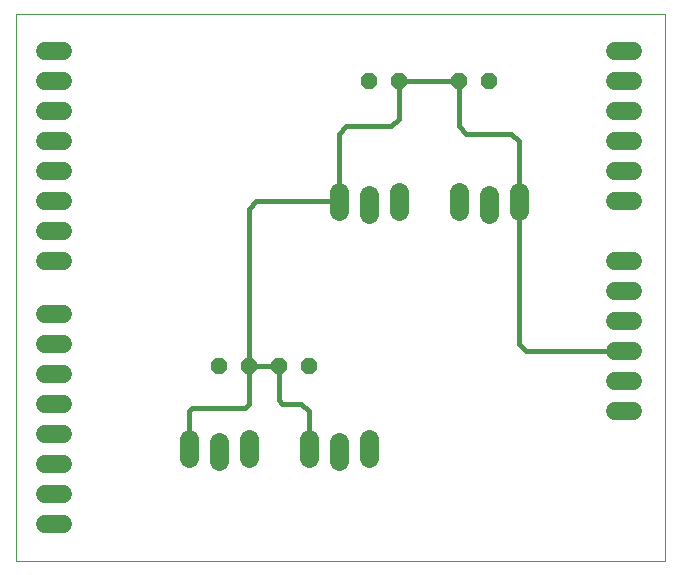
<source format=gtl>
G75*
G70*
%OFA0B0*%
%FSLAX24Y24*%
%IPPOS*%
%LPD*%
%AMOC8*
5,1,8,0,0,1.08239X$1,22.5*
%
%ADD10C,0.0000*%
%ADD11OC8,0.0560*%
%ADD12C,0.0640*%
%ADD13C,0.0594*%
%ADD14C,0.0160*%
D10*
X000106Y000101D02*
X000106Y018347D01*
X021726Y018347D01*
X021726Y000101D01*
X000106Y000101D01*
D11*
X006856Y006601D03*
X007856Y006601D03*
X008856Y006601D03*
X009856Y006601D03*
X011856Y016101D03*
X012856Y016101D03*
X014856Y016101D03*
X015856Y016101D03*
D12*
X014856Y012421D02*
X014856Y011781D01*
X015856Y011681D02*
X015856Y012321D01*
X016856Y012421D02*
X016856Y011781D01*
X012856Y011781D02*
X012856Y012421D01*
X011856Y012321D02*
X011856Y011681D01*
X010856Y011781D02*
X010856Y012421D01*
X009856Y004171D02*
X009856Y003531D01*
X010856Y003431D02*
X010856Y004071D01*
X011856Y004171D02*
X011856Y003531D01*
X007856Y003531D02*
X007856Y004171D01*
X006856Y004071D02*
X006856Y003431D01*
X005856Y003531D02*
X005856Y004171D01*
D13*
X001653Y004351D02*
X001059Y004351D01*
X001059Y005351D02*
X001653Y005351D01*
X001653Y006351D02*
X001059Y006351D01*
X001059Y007351D02*
X001653Y007351D01*
X001653Y008351D02*
X001059Y008351D01*
X001059Y010101D02*
X001653Y010101D01*
X001653Y011101D02*
X001059Y011101D01*
X001059Y012101D02*
X001653Y012101D01*
X001653Y013101D02*
X001059Y013101D01*
X001059Y014101D02*
X001653Y014101D01*
X001653Y015101D02*
X001059Y015101D01*
X001059Y016101D02*
X001653Y016101D01*
X001653Y017101D02*
X001059Y017101D01*
X001059Y003351D02*
X001653Y003351D01*
X001653Y002351D02*
X001059Y002351D01*
X001059Y001351D02*
X001653Y001351D01*
X020059Y005101D02*
X020653Y005101D01*
X020653Y006101D02*
X020059Y006101D01*
X020059Y007101D02*
X020653Y007101D01*
X020653Y008101D02*
X020059Y008101D01*
X020059Y009101D02*
X020653Y009101D01*
X020653Y010101D02*
X020059Y010101D01*
X020059Y012101D02*
X020653Y012101D01*
X020653Y013101D02*
X020059Y013101D01*
X020059Y014101D02*
X020653Y014101D01*
X020653Y015101D02*
X020059Y015101D01*
X020059Y016101D02*
X020653Y016101D01*
X020653Y017101D02*
X020059Y017101D01*
D14*
X016856Y014101D02*
X016606Y014351D01*
X015106Y014351D01*
X014856Y014601D01*
X014856Y016101D01*
X012856Y016101D01*
X012856Y014851D01*
X012606Y014601D01*
X011106Y014601D01*
X010856Y014351D01*
X010856Y012101D01*
X008106Y012101D01*
X007856Y011851D01*
X007856Y006601D01*
X007856Y005351D01*
X007731Y005226D01*
X005981Y005226D01*
X005856Y005101D01*
X005856Y003851D01*
X008856Y005476D02*
X008856Y006601D01*
X007856Y006601D01*
X008856Y005476D02*
X008981Y005351D01*
X009606Y005351D01*
X009856Y005101D01*
X009856Y003851D01*
X016856Y007351D02*
X016856Y012101D01*
X016856Y014101D01*
X016856Y007351D02*
X017106Y007101D01*
X020356Y007101D01*
M02*

</source>
